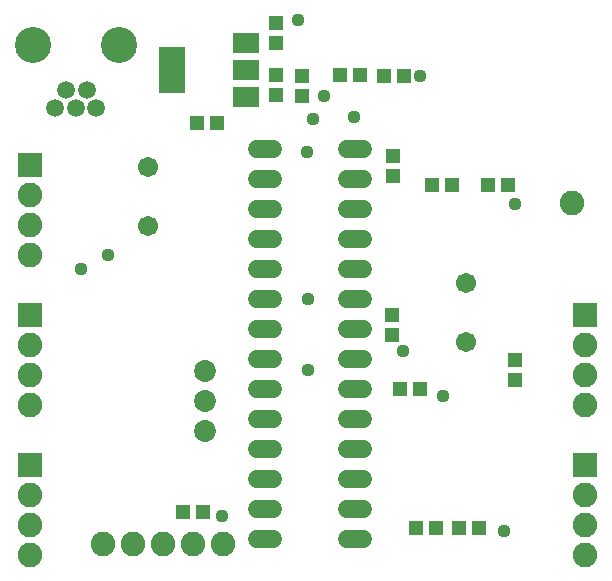
<source format=gts>
G75*
G70*
%OFA0B0*%
%FSLAX24Y24*%
%IPPOS*%
%LPD*%
%AMOC8*
5,1,8,0,0,1.08239X$1,22.5*
%
%ADD10C,0.0600*%
%ADD11C,0.0820*%
%ADD12R,0.0870X0.0670*%
%ADD13R,0.0870X0.1580*%
%ADD14R,0.0513X0.0513*%
%ADD15R,0.0474X0.0513*%
%ADD16C,0.0595*%
%ADD17C,0.1202*%
%ADD18R,0.0820X0.0820*%
%ADD19C,0.0674*%
%ADD20C,0.0730*%
%ADD21R,0.0513X0.0474*%
%ADD22C,0.0437*%
D10*
X008957Y001631D02*
X009477Y001631D01*
X009477Y002631D02*
X008957Y002631D01*
X008957Y003631D02*
X009477Y003631D01*
X009477Y004631D02*
X008957Y004631D01*
X008957Y005631D02*
X009477Y005631D01*
X009477Y006631D02*
X008957Y006631D01*
X008957Y007631D02*
X009477Y007631D01*
X009477Y008631D02*
X008957Y008631D01*
X008957Y009631D02*
X009477Y009631D01*
X009477Y010631D02*
X008957Y010631D01*
X008957Y011631D02*
X009477Y011631D01*
X009477Y012631D02*
X008957Y012631D01*
X008957Y013631D02*
X009477Y013631D01*
X009477Y014631D02*
X008957Y014631D01*
X011957Y014631D02*
X012477Y014631D01*
X012477Y013631D02*
X011957Y013631D01*
X011957Y012631D02*
X012477Y012631D01*
X012477Y011631D02*
X011957Y011631D01*
X011957Y010631D02*
X012477Y010631D01*
X012477Y009631D02*
X011957Y009631D01*
X011957Y008631D02*
X012477Y008631D01*
X012477Y007631D02*
X011957Y007631D01*
X011957Y006631D02*
X012477Y006631D01*
X012477Y005631D02*
X011957Y005631D01*
X011957Y004631D02*
X012477Y004631D01*
X012477Y003631D02*
X011957Y003631D01*
X011957Y002631D02*
X012477Y002631D01*
X012477Y001631D02*
X011957Y001631D01*
D11*
X001407Y001101D03*
X001407Y002101D03*
X001407Y003101D03*
X003817Y001471D03*
X004817Y001471D03*
X005817Y001471D03*
X006817Y001471D03*
X007817Y001471D03*
X001407Y006101D03*
X001407Y007101D03*
X001407Y008101D03*
X001407Y011101D03*
X001407Y012101D03*
X001407Y013101D03*
X019467Y012841D03*
X019907Y008101D03*
X019907Y007101D03*
X019907Y006101D03*
X019907Y003101D03*
X019907Y002101D03*
X019907Y001101D03*
D12*
X008597Y016361D03*
X008597Y017261D03*
X008597Y018161D03*
D13*
X006117Y017251D03*
D14*
X006972Y015491D03*
X007642Y015491D03*
X010457Y016406D03*
X010457Y017075D03*
X011732Y017081D03*
X012402Y017081D03*
X013192Y017071D03*
X013862Y017071D03*
X013487Y014405D03*
X013487Y013736D03*
X014802Y013431D03*
X015472Y013431D03*
X016672Y013421D03*
X017342Y013421D03*
X013447Y009105D03*
X013447Y008436D03*
X017567Y007585D03*
X017567Y006916D03*
X016352Y001991D03*
X015682Y001991D03*
X014942Y001991D03*
X014272Y001991D03*
X007172Y002521D03*
X006502Y002521D03*
X009607Y018156D03*
X009607Y018825D03*
D15*
X009607Y017085D03*
X009607Y016416D03*
D16*
X003587Y015991D03*
X002917Y015991D03*
X002587Y016611D03*
X003277Y016611D03*
X002217Y015991D03*
D17*
X001480Y018091D03*
X004354Y018091D03*
D18*
X001407Y014101D03*
X001407Y009101D03*
X001407Y004101D03*
X019907Y004101D03*
X019907Y009101D03*
D19*
X015937Y008197D03*
X015937Y010165D03*
X005337Y012047D03*
X005337Y014015D03*
D20*
X007237Y007241D03*
X007237Y006241D03*
X007237Y005241D03*
D21*
X013722Y006631D03*
X014392Y006631D03*
D22*
X015167Y006411D03*
X013827Y007881D03*
X010647Y007271D03*
X010647Y009641D03*
X010637Y014541D03*
X010837Y015621D03*
X011177Y016401D03*
X012207Y015701D03*
X014397Y017061D03*
X010317Y018931D03*
X017557Y012801D03*
X007777Y002411D03*
X003107Y010631D03*
X004007Y011101D03*
X017177Y001901D03*
M02*

</source>
